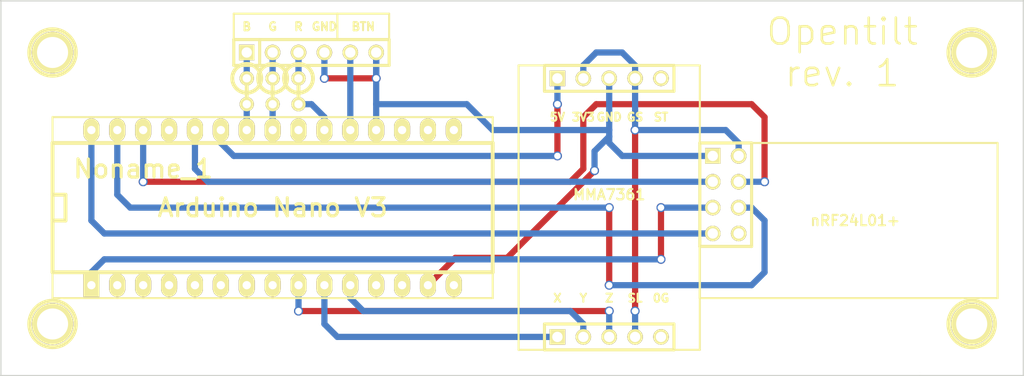
<source format=kicad_pcb>
(kicad_pcb (version 20171130) (host pcbnew "(5.1.12)-1")

  (general
    (thickness 1.6)
    (drawings 41)
    (tracks 99)
    (zones 0)
    (modules 12)
    (nets 19)
  )

  (page A3)
  (title_block
    (title OpenTilt)
    (rev 1)
  )

  (layers
    (0 F.Cu signal)
    (31 B.Cu signal)
    (32 B.Adhes user hide)
    (33 F.Adhes user hide)
    (34 B.Paste user)
    (35 F.Paste user)
    (36 B.SilkS user)
    (37 F.SilkS user)
    (38 B.Mask user)
    (39 F.Mask user)
    (40 Dwgs.User user)
    (41 Cmts.User user)
    (42 Eco1.User user)
    (43 Eco2.User user)
    (44 Edge.Cuts user)
  )

  (setup
    (last_trace_width 0.6096)
    (trace_clearance 0.254)
    (zone_clearance 0.508)
    (zone_45_only no)
    (trace_min 0.6096)
    (via_size 0.889)
    (via_drill 0.635)
    (via_min_size 0.889)
    (via_min_drill 0.508)
    (uvia_size 0.508)
    (uvia_drill 0.127)
    (uvias_allowed no)
    (uvia_min_size 0.508)
    (uvia_min_drill 0.127)
    (edge_width 0.15)
    (segment_width 0.2)
    (pcb_text_width 0.2)
    (pcb_text_size 1 1)
    (mod_edge_width 0.15)
    (mod_text_size 1 1)
    (mod_text_width 0.15)
    (pad_size 4.064 4.064)
    (pad_drill 3.048)
    (pad_to_mask_clearance 0)
    (aux_axis_origin 0 0)
    (visible_elements 7FFFFFFF)
    (pcbplotparams
      (layerselection 0x00030_ffffffff)
      (usegerberextensions true)
      (usegerberattributes true)
      (usegerberadvancedattributes true)
      (creategerberjobfile true)
      (excludeedgelayer false)
      (linewidth 0.150000)
      (plotframeref false)
      (viasonmask false)
      (mode 1)
      (useauxorigin false)
      (hpglpennumber 1)
      (hpglpenspeed 20)
      (hpglpendiameter 15.000000)
      (psnegative false)
      (psa4output false)
      (plotreference true)
      (plotvalue true)
      (plotinvisibletext false)
      (padsonsilk false)
      (subtractmaskfromsilk false)
      (outputformat 1)
      (mirror false)
      (drillshape 0)
      (scaleselection 1)
      (outputdirectory "testje"))
  )

  (net 0 "")
  (net 1 GND)
  (net 2 N-000001)
  (net 3 N-0000013)
  (net 4 N-0000014)
  (net 5 N-0000015)
  (net 6 N-0000016)
  (net 7 N-0000017)
  (net 8 N-0000018)
  (net 9 N-0000019)
  (net 10 N-000002)
  (net 11 N-0000023)
  (net 12 N-000003)
  (net 13 N-000004)
  (net 14 N-000005)
  (net 15 N-000006)
  (net 16 N-000007)
  (net 17 N-000008)
  (net 18 N-000009)

  (net_class Default "This is the default net class."
    (clearance 0.254)
    (trace_width 0.6096)
    (via_dia 0.889)
    (via_drill 0.635)
    (uvia_dia 0.508)
    (uvia_drill 0.127)
    (add_net GND)
    (add_net N-000001)
    (add_net N-0000013)
    (add_net N-0000014)
    (add_net N-0000015)
    (add_net N-0000016)
    (add_net N-0000017)
    (add_net N-0000018)
    (add_net N-0000019)
    (add_net N-000002)
    (add_net N-0000023)
    (add_net N-000003)
    (add_net N-000004)
    (add_net N-000005)
    (add_net N-000006)
    (add_net N-000007)
    (add_net N-000008)
    (add_net N-000009)
  )

  (module R1 (layer F.Cu) (tedit 523F6B86) (tstamp 523E42A7)
    (at 66.04 50.8 270)
    (descr "Resistance verticale")
    (tags R)
    (path /523228F2)
    (autoplace_cost90 10)
    (autoplace_cost180 10)
    (fp_text reference B (at 1.27 1.27) (layer F.SilkS) hide
      (effects (font (size 1 1) (thickness 0.2)))
    )
    (fp_text value R (at -1.143 2.54 270) (layer F.SilkS) hide
      (effects (font (size 1.397 1.27) (thickness 0.2032)))
    )
    (fp_circle (center -1.27 0) (end -0.635 1.27) (layer F.SilkS) (width 0.381))
    (fp_line (start -1.27 0) (end 1.27 0) (layer F.SilkS) (width 0.381))
    (pad 1 thru_hole circle (at -1.27 0 270) (size 1.397 1.397) (drill 0.8128) (layers *.Cu *.Mask F.SilkS)
      (net 5 N-0000015))
    (pad 2 thru_hole circle (at 1.27 0 270) (size 1.397 1.397) (drill 0.8128) (layers *.Cu *.Mask F.SilkS)
      (net 7 N-0000017))
    (model discret/verti_resistor.wrl
      (at (xyz 0 0 0))
      (scale (xyz 1 1 1))
      (rotate (xyz 0 0 0))
    )
  )

  (module R1 (layer F.Cu) (tedit 523F6BB6) (tstamp 523E3A88)
    (at 68.58 50.8 270)
    (descr "Resistance verticale")
    (tags R)
    (path /52322904)
    (autoplace_cost90 10)
    (autoplace_cost180 10)
    (fp_text reference G (at 1.27 1.27) (layer F.SilkS) hide
      (effects (font (size 1 1) (thickness 0.2)))
    )
    (fp_text value 150 (at -1.143 2.54 270) (layer F.SilkS) hide
      (effects (font (size 1.397 1.27) (thickness 0.2032)))
    )
    (fp_circle (center -1.27 0) (end -0.635 1.27) (layer F.SilkS) (width 0.381))
    (fp_line (start -1.27 0) (end 1.27 0) (layer F.SilkS) (width 0.381))
    (pad 1 thru_hole circle (at -1.27 0 270) (size 1.397 1.397) (drill 0.8128) (layers *.Cu *.Mask F.SilkS)
      (net 6 N-0000016))
    (pad 2 thru_hole circle (at 1.27 0 270) (size 1.397 1.397) (drill 0.8128) (layers *.Cu *.Mask F.SilkS)
      (net 8 N-0000018))
    (model discret/verti_resistor.wrl
      (at (xyz 0 0 0))
      (scale (xyz 1 1 1))
      (rotate (xyz 0 0 0))
    )
  )

  (module R1 (layer F.Cu) (tedit 523F6B97) (tstamp 523E3A90)
    (at 71.12 50.8 270)
    (descr "Resistance verticale")
    (tags R)
    (path /5232290A)
    (autoplace_cost90 10)
    (autoplace_cost180 10)
    (fp_text reference R (at 1.27 1.27) (layer F.SilkS) hide
      (effects (font (size 1 1) (thickness 0.2)))
    )
    (fp_text value R (at -1.143 2.54 270) (layer F.SilkS) hide
      (effects (font (size 1.397 1.27) (thickness 0.2032)))
    )
    (fp_circle (center -1.27 0) (end -0.635 1.27) (layer F.SilkS) (width 0.381))
    (fp_line (start -1.27 0) (end 1.27 0) (layer F.SilkS) (width 0.381))
    (pad 1 thru_hole circle (at -1.27 0 270) (size 1.397 1.397) (drill 0.8128) (layers *.Cu *.Mask F.SilkS)
      (net 3 N-0000013))
    (pad 2 thru_hole circle (at 1.27 0 270) (size 1.397 1.397) (drill 0.8128) (layers *.Cu *.Mask F.SilkS)
      (net 9 N-0000019))
    (model discret/verti_resistor.wrl
      (at (xyz 0 0 0))
      (scale (xyz 1 1 1))
      (rotate (xyz 0 0 0))
    )
  )

  (module PIN_ARRAY_5x1 (layer F.Cu) (tedit 523F680C) (tstamp 523E3A9D)
    (at 101.6 49.53)
    (descr "Double rangee de contacts 2 x 5 pins")
    (tags CONN)
    (path /5232223B)
    (fp_text reference MMA7361 (at 0 11.43) (layer F.SilkS)
      (effects (font (size 1.016 1.016) (thickness 0.2032)))
    )
    (fp_text value MMA1 (at 0 2.54) (layer F.SilkS) hide
      (effects (font (size 1.016 1.016) (thickness 0.2032)))
    )
    (fp_line (start 6.35 1.27) (end -6.35 1.27) (layer F.SilkS) (width 0.3048))
    (fp_line (start -6.35 -1.27) (end 6.35 -1.27) (layer F.SilkS) (width 0.3048))
    (fp_line (start 6.35 1.27) (end 6.35 -1.27) (layer F.SilkS) (width 0.3048))
    (fp_line (start -6.35 -1.27) (end -6.35 1.27) (layer F.SilkS) (width 0.3048))
    (pad 1 thru_hole rect (at -5.08 0) (size 1.524 1.524) (drill 1.016) (layers *.Cu *.Mask F.SilkS)
      (net 4 N-0000014))
    (pad 2 thru_hole circle (at -2.54 0) (size 1.524 1.524) (drill 1.016) (layers *.Cu *.Mask F.SilkS)
      (net 11 N-0000023))
    (pad 3 thru_hole circle (at 0 0) (size 1.524 1.524) (drill 1.016) (layers *.Cu *.Mask F.SilkS)
      (net 1 GND))
    (pad 4 thru_hole circle (at 2.54 0) (size 1.524 1.524) (drill 1.016) (layers *.Cu *.Mask F.SilkS)
      (net 11 N-0000023))
    (pad 5 thru_hole circle (at 5.08 0) (size 1.524 1.524) (drill 1.016) (layers *.Cu *.Mask F.SilkS))
    (model pin_array/pins_array_5x1.wrl
      (at (xyz 0 0 0))
      (scale (xyz 1 1 1))
      (rotate (xyz 0 0 0))
    )
  )

  (module PIN_ARRAY_5x1 (layer F.Cu) (tedit 523E433C) (tstamp 523E3AAA)
    (at 101.6 74.93)
    (descr "Double rangee de contacts 2 x 5 pins")
    (tags CONN)
    (path /5232224A)
    (fp_text reference P2 (at 0 -2.54) (layer F.SilkS) hide
      (effects (font (size 1.016 1.016) (thickness 0.2032)))
    )
    (fp_text value MMA2 (at 0 2.54) (layer F.SilkS) hide
      (effects (font (size 1.016 1.016) (thickness 0.2032)))
    )
    (fp_line (start 6.35 1.27) (end -6.35 1.27) (layer F.SilkS) (width 0.3048))
    (fp_line (start -6.35 -1.27) (end 6.35 -1.27) (layer F.SilkS) (width 0.3048))
    (fp_line (start 6.35 1.27) (end 6.35 -1.27) (layer F.SilkS) (width 0.3048))
    (fp_line (start -6.35 -1.27) (end -6.35 1.27) (layer F.SilkS) (width 0.3048))
    (pad 1 thru_hole rect (at -5.08 0) (size 1.524 1.524) (drill 1.016) (layers *.Cu *.Mask F.SilkS)
      (net 17 N-000008))
    (pad 2 thru_hole circle (at -2.54 0) (size 1.524 1.524) (drill 1.016) (layers *.Cu *.Mask F.SilkS)
      (net 15 N-000006))
    (pad 3 thru_hole circle (at 0 0) (size 1.524 1.524) (drill 1.016) (layers *.Cu *.Mask F.SilkS)
      (net 16 N-000007))
    (pad 4 thru_hole circle (at 2.54 0) (size 1.524 1.524) (drill 1.016) (layers *.Cu *.Mask F.SilkS)
      (net 11 N-0000023))
    (pad 5 thru_hole circle (at 5.08 0) (size 1.524 1.524) (drill 1.016) (layers *.Cu *.Mask F.SilkS))
    (model pin_array/pins_array_5x1.wrl
      (at (xyz 0 0 0))
      (scale (xyz 1 1 1))
      (rotate (xyz 0 0 0))
    )
  )

  (module pin_array_4x2 (layer F.Cu) (tedit 523F6BCA) (tstamp 523E3ABA)
    (at 113.03 60.96 270)
    (descr "Double rangee de contacts 2 x 4 pins")
    (tags CONN)
    (path /52322259)
    (fp_text reference nRF24L01+ (at 2.54 -12.7) (layer F.SilkS)
      (effects (font (size 1.016 1.016) (thickness 0.2032)))
    )
    (fp_text value CONN_4X2 (at 0 3.81 270) (layer F.SilkS) hide
      (effects (font (size 1.016 1.016) (thickness 0.2032)))
    )
    (fp_line (start -5.08 2.54) (end -5.08 -2.54) (layer F.SilkS) (width 0.3048))
    (fp_line (start 5.08 2.54) (end -5.08 2.54) (layer F.SilkS) (width 0.3048))
    (fp_line (start 5.08 -2.54) (end 5.08 2.54) (layer F.SilkS) (width 0.3048))
    (fp_line (start -5.08 -2.54) (end 5.08 -2.54) (layer F.SilkS) (width 0.3048))
    (pad 1 thru_hole rect (at -3.81 1.27 270) (size 1.524 1.524) (drill 1.016) (layers *.Cu *.Mask F.SilkS)
      (net 1 GND))
    (pad 2 thru_hole circle (at -3.81 -1.27 270) (size 1.524 1.524) (drill 1.016) (layers *.Cu *.Mask F.SilkS)
      (net 11 N-0000023))
    (pad 3 thru_hole circle (at -1.27 1.27 270) (size 1.524 1.524) (drill 1.016) (layers *.Cu *.Mask F.SilkS)
      (net 2 N-000001))
    (pad 4 thru_hole circle (at -1.27 -1.27 270) (size 1.524 1.524) (drill 1.016) (layers *.Cu *.Mask F.SilkS)
      (net 10 N-000002))
    (pad 5 thru_hole circle (at 1.27 1.27 270) (size 1.524 1.524) (drill 1.016) (layers *.Cu *.Mask F.SilkS)
      (net 12 N-000003))
    (pad 6 thru_hole circle (at 1.27 -1.27 270) (size 1.524 1.524) (drill 1.016) (layers *.Cu *.Mask F.SilkS)
      (net 13 N-000004))
    (pad 7 thru_hole circle (at 3.81 1.27 270) (size 1.524 1.524) (drill 1.016) (layers *.Cu *.Mask F.SilkS)
      (net 14 N-000005))
    (pad 8 thru_hole circle (at 3.81 -1.27 270) (size 1.524 1.524) (drill 1.016) (layers *.Cu *.Mask F.SilkS))
    (model pin_array/pins_array_4x2.wrl
      (at (xyz 0 0 0))
      (scale (xyz 1 1 1))
      (rotate (xyz 0 0 0))
    )
  )

  (module PIN_ARRAY-6X1 (layer F.Cu) (tedit 523E42BC) (tstamp 523E3AC9)
    (at 72.39 46.99)
    (descr "Connecteur 6 pins")
    (tags "CONN DEV")
    (path /5232286D)
    (fp_text reference P3 (at 0 -2.159) (layer F.SilkS) hide
      (effects (font (size 1.016 1.016) (thickness 0.2032)))
    )
    (fp_text value CONN_6 (at 0 2.159) (layer F.SilkS) hide
      (effects (font (size 1.016 0.889) (thickness 0.2032)))
    )
    (fp_line (start -5.08 1.27) (end -5.08 -1.27) (layer F.SilkS) (width 0.3048))
    (fp_line (start 7.62 1.27) (end -7.62 1.27) (layer F.SilkS) (width 0.3048))
    (fp_line (start 7.62 -1.27) (end 7.62 1.27) (layer F.SilkS) (width 0.3048))
    (fp_line (start -7.62 -1.27) (end 7.62 -1.27) (layer F.SilkS) (width 0.3048))
    (fp_line (start -7.62 1.27) (end -7.62 -1.27) (layer F.SilkS) (width 0.3048))
    (pad 1 thru_hole rect (at -6.35 0) (size 1.524 1.524) (drill 1.016) (layers *.Cu *.Mask F.SilkS)
      (net 5 N-0000015))
    (pad 2 thru_hole circle (at -3.81 0) (size 1.524 1.524) (drill 1.016) (layers *.Cu *.Mask F.SilkS)
      (net 6 N-0000016))
    (pad 3 thru_hole circle (at -1.27 0) (size 1.524 1.524) (drill 1.016) (layers *.Cu *.Mask F.SilkS)
      (net 3 N-0000013))
    (pad 4 thru_hole circle (at 1.27 0) (size 1.524 1.524) (drill 1.016) (layers *.Cu *.Mask F.SilkS)
      (net 1 GND))
    (pad 5 thru_hole circle (at 3.81 0) (size 1.524 1.524) (drill 1.016) (layers *.Cu *.Mask F.SilkS)
      (net 18 N-000009))
    (pad 6 thru_hole circle (at 6.35 0) (size 1.524 1.524) (drill 1.016) (layers *.Cu *.Mask F.SilkS)
      (net 1 GND))
    (model pin_array/pins_array_6x1.wrl
      (at (xyz 0 0 0))
      (scale (xyz 1 1 1))
      (rotate (xyz 0 0 0))
    )
  )

  (module arduino_mini (layer F.Cu) (tedit 523F6BDF) (tstamp 523E3AF2)
    (at 69.85 62.23)
    (descr "30 pins DIL package, elliptical pads, width 600mil (arduino mini)")
    (tags "DIL arduino mini")
    (path /523221F1)
    (fp_text reference Noname_1 (at -13.97 -3.81) (layer F.SilkS)
      (effects (font (size 1.778 1.778) (thickness 0.3048)))
    )
    (fp_text value "Arduino Nano V3" (at -1.27 0) (layer F.SilkS)
      (effects (font (size 1.778 1.778) (thickness 0.3048)))
    )
    (fp_line (start -21.59 -1.27) (end -22.86 -1.27) (layer F.SilkS) (width 0.381))
    (fp_line (start -21.59 1.27) (end -21.59 -1.27) (layer F.SilkS) (width 0.381))
    (fp_line (start -22.86 1.27) (end -21.59 1.27) (layer F.SilkS) (width 0.381))
    (fp_line (start -22.86 6.35) (end -22.86 -6.35) (layer F.SilkS) (width 0.381))
    (fp_line (start 20.32 6.35) (end -22.86 6.35) (layer F.SilkS) (width 0.381))
    (fp_line (start 20.32 -6.35) (end 20.32 6.35) (layer F.SilkS) (width 0.381))
    (fp_line (start -22.86 -6.35) (end 20.32 -6.35) (layer F.SilkS) (width 0.381))
    (pad 1 thru_hole rect (at -19.05 7.62) (size 1.5748 2.286) (drill 0.8128) (layers *.Cu *.Mask F.SilkS)
      (net 12 N-000003))
    (pad 2 thru_hole oval (at -16.51 7.62) (size 1.5748 2.286) (drill 0.8128) (layers *.Cu *.Mask F.SilkS))
    (pad 3 thru_hole oval (at -13.97 7.62) (size 1.5748 2.286) (drill 0.8128) (layers *.Cu *.Mask F.SilkS))
    (pad 4 thru_hole oval (at -11.43 7.62) (size 1.5748 2.286) (drill 0.8128) (layers *.Cu *.Mask F.SilkS))
    (pad 5 thru_hole oval (at -8.89 7.62) (size 1.5748 2.286) (drill 0.8128) (layers *.Cu *.Mask F.SilkS))
    (pad 6 thru_hole oval (at -6.35 7.62) (size 1.5748 2.286) (drill 0.8128) (layers *.Cu *.Mask F.SilkS))
    (pad 7 thru_hole oval (at -3.81 7.62) (size 1.5748 2.286) (drill 0.8128) (layers *.Cu *.Mask F.SilkS))
    (pad 8 thru_hole oval (at -1.27 7.62) (size 1.5748 2.286) (drill 0.8128) (layers *.Cu *.Mask F.SilkS))
    (pad 9 thru_hole oval (at 1.27 7.62) (size 1.5748 2.286) (drill 0.8128) (layers *.Cu *.Mask F.SilkS)
      (net 16 N-000007))
    (pad 10 thru_hole oval (at 3.81 7.62) (size 1.5748 2.286) (drill 0.8128) (layers *.Cu *.Mask F.SilkS)
      (net 17 N-000008))
    (pad 11 thru_hole oval (at 6.35 7.62) (size 1.5748 2.286) (drill 0.8128) (layers *.Cu *.Mask F.SilkS)
      (net 15 N-000006))
    (pad 12 thru_hole oval (at 8.89 7.62) (size 1.5748 2.286) (drill 0.8128) (layers *.Cu *.Mask F.SilkS))
    (pad 13 thru_hole oval (at 11.43 7.62) (size 1.5748 2.286) (drill 0.8128) (layers *.Cu *.Mask F.SilkS))
    (pad 14 thru_hole oval (at 13.97 7.62) (size 1.5748 2.286) (drill 0.8128) (layers *.Cu *.Mask F.SilkS)
      (net 1 GND))
    (pad 15 thru_hole oval (at 16.51 7.62) (size 1.5748 2.286) (drill 0.8128) (layers *.Cu *.Mask F.SilkS))
    (pad 16 thru_hole oval (at 16.51 -7.62) (size 1.5748 2.286) (drill 0.8128) (layers *.Cu *.Mask F.SilkS))
    (pad 17 thru_hole oval (at 13.97 -7.62) (size 1.5748 2.286) (drill 0.8128) (layers *.Cu *.Mask F.SilkS))
    (pad 18 thru_hole oval (at 11.43 -7.62) (size 1.5748 2.286) (drill 0.8128) (layers *.Cu *.Mask F.SilkS))
    (pad 19 thru_hole oval (at 8.89 -7.62) (size 1.5748 2.286) (drill 0.8128) (layers *.Cu *.Mask F.SilkS)
      (net 1 GND))
    (pad 20 thru_hole oval (at 6.35 -7.62) (size 1.5748 2.286) (drill 0.8128) (layers *.Cu *.Mask F.SilkS)
      (net 18 N-000009))
    (pad 21 thru_hole oval (at 3.81 -7.62) (size 1.5748 2.286) (drill 0.8128) (layers *.Cu *.Mask F.SilkS)
      (net 9 N-0000019))
    (pad 22 thru_hole oval (at 1.27 -7.62) (size 1.5748 2.286) (drill 0.8128) (layers *.Cu *.Mask F.SilkS))
    (pad 23 thru_hole oval (at -1.27 -7.62) (size 1.5748 2.286) (drill 0.8128) (layers *.Cu *.Mask F.SilkS)
      (net 8 N-0000018))
    (pad 24 thru_hole oval (at -3.81 -7.62) (size 1.5748 2.286) (drill 0.8128) (layers *.Cu *.Mask F.SilkS)
      (net 7 N-0000017))
    (pad 25 thru_hole oval (at -6.35 -7.62) (size 1.5748 2.286) (drill 0.8128) (layers *.Cu *.Mask F.SilkS)
      (net 4 N-0000014))
    (pad 26 thru_hole oval (at -8.89 -7.62) (size 1.5748 2.286) (drill 0.8128) (layers *.Cu *.Mask F.SilkS)
      (net 2 N-000001))
    (pad 27 thru_hole oval (at -11.43 -7.62) (size 1.5748 2.286) (drill 0.8128) (layers *.Cu *.Mask F.SilkS))
    (pad 28 thru_hole oval (at -13.97 -7.62) (size 1.5748 2.286) (drill 0.8128) (layers *.Cu *.Mask F.SilkS)
      (net 10 N-000002))
    (pad 29 thru_hole oval (at -16.51 -7.62) (size 1.5748 2.286) (drill 0.8128) (layers *.Cu *.Mask F.SilkS)
      (net 13 N-000004))
    (pad 30 thru_hole oval (at -19.05 -7.62) (size 1.5748 2.286) (drill 0.8128) (layers *.Cu *.Mask F.SilkS)
      (net 14 N-000005))
  )

  (module 1pin (layer F.Cu) (tedit 523F6581) (tstamp 523F8956)
    (at 137.16 73.66)
    (descr "module 1 pin (ou trou mecanique de percage)")
    (tags DEV)
    (path 1pin)
    (fp_text reference 1PIN_4 (at 0 -3.048) (layer F.SilkS) hide
      (effects (font (size 1.016 1.016) (thickness 0.254)))
    )
    (fp_text value P*** (at 0 2.794) (layer F.SilkS) hide
      (effects (font (size 1.016 1.016) (thickness 0.254)))
    )
    (fp_circle (center 0 0) (end 0 -2.286) (layer F.SilkS) (width 0.381))
    (pad 1 thru_hole circle (at 0 0) (size 4.064 4.064) (drill 3.048) (layers *.Cu *.Mask F.SilkS))
  )

  (module 1pin (layer F.Cu) (tedit 523F6572) (tstamp 523F8961)
    (at 46.99 46.99)
    (descr "module 1 pin (ou trou mecanique de percage)")
    (tags DEV)
    (path 1pin)
    (fp_text reference 1PIN_3 (at 0 -3.048) (layer F.SilkS) hide
      (effects (font (size 1.016 1.016) (thickness 0.254)))
    )
    (fp_text value P*** (at 0 2.794) (layer F.SilkS) hide
      (effects (font (size 1.016 1.016) (thickness 0.254)))
    )
    (fp_circle (center 0 0) (end 0 -2.286) (layer F.SilkS) (width 0.381))
    (pad 1 thru_hole circle (at 0 0) (size 4.064 4.064) (drill 3.048) (layers *.Cu *.Mask F.SilkS))
  )

  (module 1pin (layer F.Cu) (tedit 523F657C) (tstamp 523F896C)
    (at 46.99 73.66)
    (descr "module 1 pin (ou trou mecanique de percage)")
    (tags DEV)
    (path 1pin)
    (fp_text reference 1PIN_2 (at 0 -3.048) (layer F.SilkS) hide
      (effects (font (size 1.016 1.016) (thickness 0.254)))
    )
    (fp_text value P*** (at 0 2.794) (layer F.SilkS) hide
      (effects (font (size 1.016 1.016) (thickness 0.254)))
    )
    (fp_circle (center 0 0) (end 0 -2.286) (layer F.SilkS) (width 0.381))
    (pad 1 thru_hole circle (at 0 0) (size 4.064 4.064) (drill 3.048) (layers *.Cu *.Mask F.SilkS))
  )

  (module 1pin (layer F.Cu) (tedit 52429489) (tstamp 52429466)
    (at 137.16 46.99)
    (descr "module 1 pin (ou trou mecanique de percage)")
    (tags DEV)
    (path 1pin)
    (fp_text reference 1PIN (at 0 -3.048) (layer F.SilkS) hide
      (effects (font (size 1.016 1.016) (thickness 0.254)))
    )
    (fp_text value P*** (at 0 2.794) (layer F.SilkS) hide
      (effects (font (size 1.016 1.016) (thickness 0.254)))
    )
    (fp_circle (center 0 0) (end 0 -2.286) (layer F.SilkS) (width 0.381))
    (pad 1 thru_hole circle (at 0 0) (size 4.064 4.064) (drill 3.048) (layers *.Cu *.Mask F.SilkS))
  )

  (gr_line (start 46.99 53.34) (end 46.99 71.12) (angle 90) (layer F.SilkS) (width 0.2))
  (gr_line (start 90.17 53.34) (end 46.99 53.34) (angle 90) (layer F.SilkS) (width 0.2))
  (gr_line (start 90.17 71.12) (end 90.17 53.34) (angle 90) (layer F.SilkS) (width 0.2))
  (gr_line (start 46.99 71.12) (end 90.17 71.12) (angle 90) (layer F.SilkS) (width 0.2))
  (gr_line (start 64.77 43.18) (end 64.77 45.72) (angle 90) (layer F.SilkS) (width 0.2))
  (gr_line (start 74.93 43.18) (end 64.77 43.18) (angle 90) (layer F.SilkS) (width 0.2))
  (gr_line (start 80.01 43.18) (end 80.01 45.72) (angle 90) (layer F.SilkS) (width 0.2))
  (gr_line (start 74.93 43.18) (end 80.01 43.18) (angle 90) (layer F.SilkS) (width 0.2))
  (gr_line (start 74.93 45.72) (end 74.93 43.18) (angle 90) (layer F.SilkS) (width 0.2))
  (gr_line (start 142.24 41.91) (end 132.08 41.91) (angle 90) (layer Edge.Cuts) (width 0.15))
  (gr_line (start 132.08 78.74) (end 142.24 78.74) (angle 90) (layer Edge.Cuts) (width 0.15))
  (gr_line (start 110.49 55.88) (end 110.49 71.12) (angle 90) (layer F.SilkS) (width 0.2))
  (gr_line (start 139.7 55.88) (end 110.49 55.88) (angle 90) (layer F.SilkS) (width 0.2))
  (gr_line (start 139.7 71.12) (end 139.7 55.88) (angle 90) (layer F.SilkS) (width 0.2))
  (gr_line (start 110.49 71.12) (end 139.7 71.12) (angle 90) (layer F.SilkS) (width 0.2))
  (gr_line (start 110.49 55.88) (end 110.49 71.12) (angle 90) (layer F.SilkS) (width 0.2))
  (gr_line (start 92.71 76.2) (end 92.71 48.26) (angle 90) (layer F.SilkS) (width 0.2))
  (gr_line (start 110.49 76.2) (end 92.71 76.2) (angle 90) (layer F.SilkS) (width 0.2))
  (gr_line (start 110.49 48.26) (end 110.49 76.2) (angle 90) (layer F.SilkS) (width 0.2))
  (gr_line (start 92.71 48.26) (end 110.49 48.26) (angle 90) (layer F.SilkS) (width 0.2))
  (gr_line (start 41.91 41.91) (end 132.08 41.91) (angle 90) (layer Edge.Cuts) (width 0.15))
  (gr_line (start 41.91 43.18) (end 41.91 41.91) (angle 90) (layer Edge.Cuts) (width 0.15))
  (gr_line (start 41.91 78.74) (end 41.91 43.18) (angle 90) (layer Edge.Cuts) (width 0.15))
  (gr_line (start 132.08 78.74) (end 41.91 78.74) (angle 90) (layer Edge.Cuts) (width 0.15))
  (gr_line (start 142.24 41.91) (end 142.24 78.74) (angle 90) (layer Edge.Cuts) (width 0.15))
  (gr_text GND (at 73.66 44.45) (layer F.SilkS)
    (effects (font (size 0.8 0.8) (thickness 0.2)))
  )
  (gr_text R (at 71.12 44.45) (layer F.SilkS)
    (effects (font (size 0.8 0.8) (thickness 0.2)))
  )
  (gr_text G (at 68.58 44.45) (layer F.SilkS)
    (effects (font (size 0.8 0.8) (thickness 0.2)))
  )
  (gr_text B (at 66.04 44.45) (layer F.SilkS)
    (effects (font (size 0.8 0.8) (thickness 0.2)))
  )
  (gr_text BTN (at 77.47 44.45) (layer F.SilkS)
    (effects (font (size 0.8 0.8) (thickness 0.2)))
  )
  (gr_text 0G (at 106.68 71.12) (layer F.SilkS)
    (effects (font (size 0.8 0.8) (thickness 0.2)))
  )
  (gr_text SL (at 104.14 71.12) (layer F.SilkS)
    (effects (font (size 0.8 0.8) (thickness 0.2)))
  )
  (gr_text Z (at 101.6 71.12) (layer F.SilkS)
    (effects (font (size 0.8 0.8) (thickness 0.2)))
  )
  (gr_text Y (at 99.06 71.12) (layer F.SilkS)
    (effects (font (size 0.8 0.8) (thickness 0.2)))
  )
  (gr_text X (at 96.52 71.12) (layer F.SilkS)
    (effects (font (size 0.8 0.8) (thickness 0.2)))
  )
  (gr_text ST (at 106.68 53.34) (layer F.SilkS)
    (effects (font (size 0.8 0.8) (thickness 0.2)))
  )
  (gr_text GS (at 104.14 53.34) (layer F.SilkS)
    (effects (font (size 0.8 0.8) (thickness 0.2)))
  )
  (gr_text GND (at 101.6 53.34) (layer F.SilkS)
    (effects (font (size 0.8 0.8) (thickness 0.2)))
  )
  (gr_text 3V3 (at 99.06 53.34) (layer F.SilkS)
    (effects (font (size 0.8 0.8) (thickness 0.2)))
  )
  (gr_text 5V (at 96.52 53.34) (layer F.SilkS)
    (effects (font (size 0.8 0.8) (thickness 0.2)))
  )
  (gr_text "Opentilt\nrev. 1" (at 124.46 46.99) (layer F.SilkS)
    (effects (font (size 2.54 2.54) (thickness 0.254)))
  )

  (segment (start 100.1602 58.5948) (end 91.5877 67.1673) (width 0.6096) (layer F.Cu) (net 1))
  (segment (start 91.5877 67.1673) (end 86.5027 67.1673) (width 0.6096) (layer F.Cu) (net 1))
  (segment (start 86.5027 67.1673) (end 83.82 69.85) (width 0.6096) (layer F.Cu) (net 1))
  (segment (start 101.6 55.245) (end 100.1602 56.6848) (width 0.6096) (layer B.Cu) (net 1))
  (segment (start 100.1602 56.6848) (end 100.1602 58.5948) (width 0.6096) (layer B.Cu) (net 1))
  (segment (start 101.6 55.245) (end 101.6 55.88) (width 0.6096) (layer B.Cu) (net 1))
  (segment (start 101.6 55.88) (end 102.87 57.15) (width 0.6096) (layer B.Cu) (net 1))
  (segment (start 102.87 57.15) (end 111.76 57.15) (width 0.6096) (layer B.Cu) (net 1))
  (segment (start 101.6 54.61) (end 101.6 55.245) (width 0.6096) (layer B.Cu) (net 1))
  (segment (start 78.74 52.07) (end 78.74 54.61) (width 0.6096) (layer B.Cu) (net 1))
  (segment (start 78.74 49.53) (end 78.74 52.07) (width 0.6096) (layer B.Cu) (net 1))
  (segment (start 78.74 46.99) (end 78.74 49.53) (width 0.6096) (layer B.Cu) (net 1))
  (segment (start 73.66 49.53) (end 78.74 49.53) (width 0.6096) (layer F.Cu) (net 1))
  (segment (start 78.74 49.53) (end 78.74 46.99) (width 0.6096) (layer B.Cu) (net 1))
  (segment (start 73.66 46.99) (end 73.66 49.53) (width 0.6096) (layer B.Cu) (net 1))
  (segment (start 78.74 52.07) (end 87.63 52.07) (width 0.6096) (layer B.Cu) (net 1))
  (segment (start 87.63 52.07) (end 90.17 54.61) (width 0.6096) (layer B.Cu) (net 1))
  (segment (start 90.17 54.61) (end 101.6 54.61) (width 0.6096) (layer B.Cu) (net 1))
  (segment (start 101.6 54.61) (end 101.6 49.53) (width 0.6096) (layer B.Cu) (net 1))
  (via (at 100.1602 58.5948) (size 0.889) (layers F.Cu B.Cu) (net 1))
  (via (at 73.66 49.53) (size 0.889) (layers F.Cu B.Cu) (net 1))
  (via (at 78.74 49.53) (size 0.889) (layers F.Cu B.Cu) (net 1))
  (segment (start 60.96 54.61) (end 60.96 58.42) (width 0.6096) (layer B.Cu) (net 2))
  (segment (start 60.96 58.42) (end 62.23 59.69) (width 0.6096) (layer B.Cu) (net 2))
  (segment (start 62.23 59.69) (end 111.76 59.69) (width 0.6096) (layer B.Cu) (net 2))
  (segment (start 71.12 49.53) (end 71.12 46.99) (width 0.6096) (layer B.Cu) (net 3))
  (segment (start 63.5 54.61) (end 63.5 55.88) (width 0.6096) (layer B.Cu) (net 4))
  (segment (start 63.5 55.88) (end 64.77 57.15) (width 0.6096) (layer B.Cu) (net 4))
  (segment (start 64.77 57.15) (end 96.52 57.15) (width 0.6096) (layer B.Cu) (net 4))
  (segment (start 96.52 57.15) (end 96.52 52.07) (width 0.6096) (layer F.Cu) (net 4))
  (segment (start 96.52 52.07) (end 96.52 49.53) (width 0.6096) (layer B.Cu) (net 4))
  (via (at 96.52 57.15) (size 0.889) (layers F.Cu B.Cu) (net 4))
  (via (at 96.52 52.07) (size 0.889) (layers F.Cu B.Cu) (net 4))
  (segment (start 66.04 49.53) (end 66.04 46.99) (width 0.6096) (layer B.Cu) (net 5))
  (segment (start 68.58 46.99) (end 68.58 49.53) (width 0.6096) (layer B.Cu) (net 6))
  (segment (start 66.04 52.07) (end 66.04 54.61) (width 0.6096) (layer B.Cu) (net 7))
  (segment (start 68.58 52.07) (end 68.58 54.61) (width 0.6096) (layer B.Cu) (net 8))
  (segment (start 71.12 52.07) (end 72.39 52.07) (width 0.6096) (layer B.Cu) (net 9))
  (segment (start 72.39 52.07) (end 73.66 53.34) (width 0.6096) (layer B.Cu) (net 9))
  (segment (start 73.66 53.34) (end 73.66 54.61) (width 0.6096) (layer B.Cu) (net 9))
  (segment (start 55.88 54.61) (end 55.88 59.69) (width 0.6096) (layer B.Cu) (net 10))
  (segment (start 116.84 59.69) (end 114.3 59.69) (width 0.6096) (layer B.Cu) (net 10))
  (segment (start 55.88 59.69) (end 97.79 59.69) (width 0.6096) (layer F.Cu) (net 10))
  (segment (start 97.79 59.69) (end 99.06 58.42) (width 0.6096) (layer F.Cu) (net 10))
  (segment (start 99.06 58.42) (end 99.06 53.34) (width 0.6096) (layer F.Cu) (net 10))
  (segment (start 99.06 53.34) (end 100.33 52.07) (width 0.6096) (layer F.Cu) (net 10))
  (segment (start 100.33 52.07) (end 115.57 52.07) (width 0.6096) (layer F.Cu) (net 10))
  (segment (start 115.57 52.07) (end 116.84 53.34) (width 0.6096) (layer F.Cu) (net 10))
  (segment (start 116.84 53.34) (end 116.84 59.69) (width 0.6096) (layer F.Cu) (net 10))
  (via (at 55.88 59.69) (size 0.889) (layers F.Cu B.Cu) (net 10))
  (via (at 116.84 59.69) (size 0.889) (layers F.Cu B.Cu) (net 10))
  (segment (start 104.14 54.61) (end 104.14 72.39) (width 0.6096) (layer F.Cu) (net 11))
  (segment (start 104.14 72.39) (end 104.14 74.93) (width 0.6096) (layer B.Cu) (net 11))
  (segment (start 104.14 49.53) (end 104.14 54.61) (width 0.6096) (layer B.Cu) (net 11))
  (segment (start 104.14 54.61) (end 113.03 54.61) (width 0.6096) (layer B.Cu) (net 11))
  (segment (start 113.03 54.61) (end 114.3 55.88) (width 0.6096) (layer B.Cu) (net 11))
  (segment (start 114.3 55.88) (end 114.3 57.15) (width 0.6096) (layer B.Cu) (net 11))
  (segment (start 99.06 49.53) (end 99.06 48.26) (width 0.6096) (layer B.Cu) (net 11))
  (segment (start 99.06 48.26) (end 100.33 46.99) (width 0.6096) (layer B.Cu) (net 11))
  (segment (start 100.33 46.99) (end 102.87 46.99) (width 0.6096) (layer B.Cu) (net 11))
  (segment (start 102.87 46.99) (end 104.14 48.26) (width 0.6096) (layer B.Cu) (net 11))
  (segment (start 104.14 48.26) (end 104.14 49.53) (width 0.6096) (layer B.Cu) (net 11))
  (via (at 104.14 54.61) (size 0.889) (layers F.Cu B.Cu) (net 11))
  (via (at 104.14 72.39) (size 0.889) (layers F.Cu B.Cu) (net 11))
  (segment (start 50.8 69.85) (end 50.8 68.58) (width 0.6096) (layer B.Cu) (net 12))
  (segment (start 50.8 68.58) (end 52.07 67.31) (width 0.6096) (layer B.Cu) (net 12))
  (segment (start 52.07 67.31) (end 106.68 67.31) (width 0.6096) (layer B.Cu) (net 12))
  (segment (start 106.68 67.31) (end 106.68 62.23) (width 0.6096) (layer F.Cu) (net 12))
  (segment (start 106.68 62.23) (end 111.76 62.23) (width 0.6096) (layer B.Cu) (net 12))
  (via (at 106.68 67.31) (size 0.889) (layers F.Cu B.Cu) (net 12))
  (via (at 106.68 62.23) (size 0.889) (layers F.Cu B.Cu) (net 12))
  (segment (start 53.34 54.61) (end 53.34 60.96) (width 0.6096) (layer B.Cu) (net 13))
  (segment (start 53.34 60.96) (end 54.61 62.23) (width 0.6096) (layer B.Cu) (net 13))
  (segment (start 54.61 62.23) (end 101.6 62.23) (width 0.6096) (layer B.Cu) (net 13))
  (segment (start 101.6 62.23) (end 101.6 69.85) (width 0.6096) (layer F.Cu) (net 13))
  (segment (start 101.6 69.85) (end 115.57 69.85) (width 0.6096) (layer B.Cu) (net 13))
  (segment (start 115.57 69.85) (end 116.84 68.58) (width 0.6096) (layer B.Cu) (net 13))
  (segment (start 116.84 68.58) (end 116.84 63.5) (width 0.6096) (layer B.Cu) (net 13))
  (segment (start 116.84 63.5) (end 115.57 62.23) (width 0.6096) (layer B.Cu) (net 13))
  (segment (start 115.57 62.23) (end 114.3 62.23) (width 0.6096) (layer B.Cu) (net 13))
  (via (at 101.6 62.23) (size 0.889) (layers F.Cu B.Cu) (net 13))
  (via (at 101.6 69.85) (size 0.889) (layers F.Cu B.Cu) (net 13))
  (segment (start 50.8 54.61) (end 50.8 63.5) (width 0.6096) (layer B.Cu) (net 14))
  (segment (start 50.8 63.5) (end 52.07 64.77) (width 0.6096) (layer B.Cu) (net 14))
  (segment (start 52.07 64.77) (end 111.76 64.77) (width 0.6096) (layer B.Cu) (net 14))
  (segment (start 76.2 69.85) (end 76.2 71.12) (width 0.6096) (layer B.Cu) (net 15))
  (segment (start 76.2 71.12) (end 77.47 72.39) (width 0.6096) (layer B.Cu) (net 15))
  (segment (start 77.47 72.39) (end 97.79 72.39) (width 0.6096) (layer B.Cu) (net 15))
  (segment (start 97.79 72.39) (end 99.06 73.66) (width 0.6096) (layer B.Cu) (net 15))
  (segment (start 99.06 73.66) (end 99.06 74.93) (width 0.6096) (layer B.Cu) (net 15))
  (segment (start 71.12 72.39) (end 101.6 72.39) (width 0.6096) (layer F.Cu) (net 16))
  (segment (start 101.6 72.39) (end 101.6 74.93) (width 0.6096) (layer B.Cu) (net 16))
  (segment (start 71.12 69.85) (end 71.12 72.39) (width 0.6096) (layer B.Cu) (net 16))
  (via (at 71.12 72.39) (size 0.889) (layers F.Cu B.Cu) (net 16))
  (via (at 101.6 72.39) (size 0.889) (layers F.Cu B.Cu) (net 16))
  (segment (start 73.66 69.85) (end 73.66 73.66) (width 0.6096) (layer B.Cu) (net 17))
  (segment (start 73.66 73.66) (end 74.93 74.93) (width 0.6096) (layer B.Cu) (net 17))
  (segment (start 74.93 74.93) (end 96.52 74.93) (width 0.6096) (layer B.Cu) (net 17))
  (segment (start 76.2 54.61) (end 76.2 46.99) (width 0.6096) (layer B.Cu) (net 18))

)

</source>
